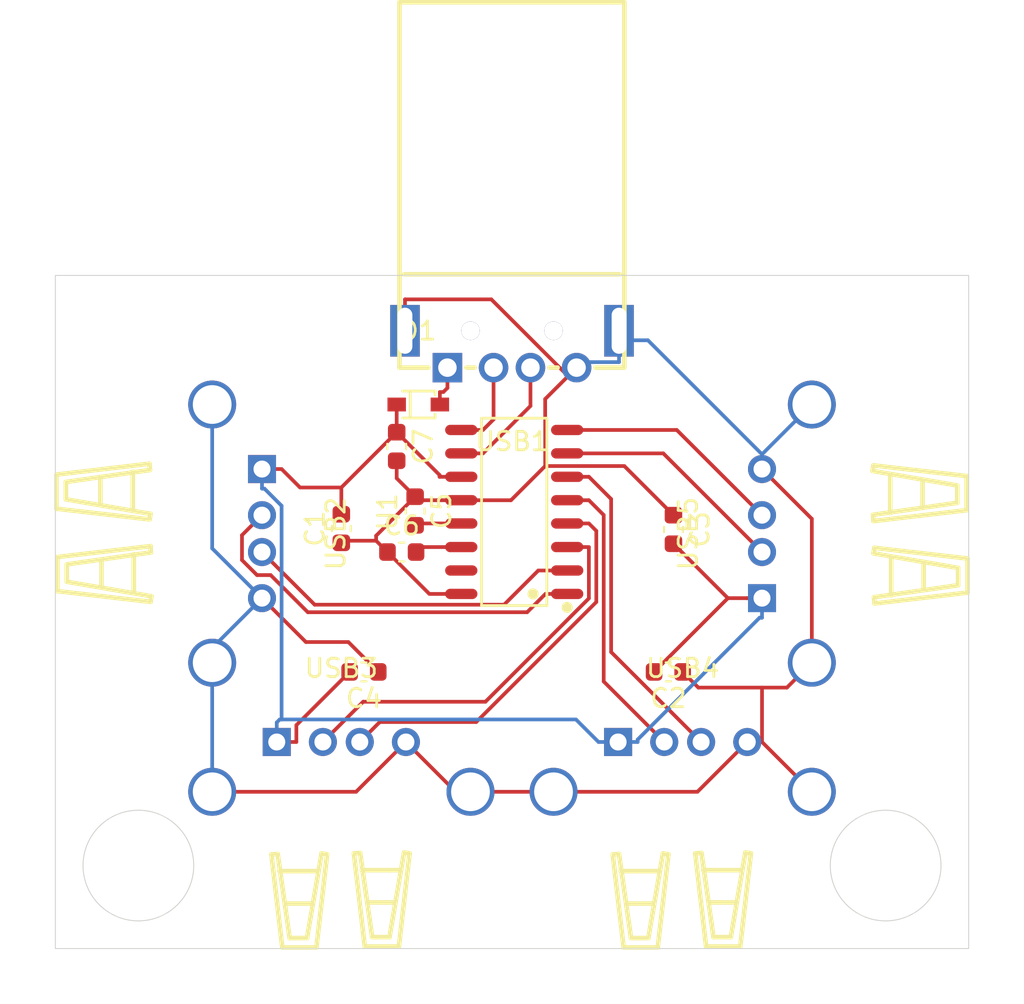
<source format=kicad_pcb>
(kicad_pcb (version 20240108) (generator "pcbnew") (generator_version "8.0")
  (layers (0 "F.Cu" signal) (31 "B.Cu" signal) (34 "B.Paste" user) (35 "F.Paste" user) (36 "B.SilkS" user "B.Silkscreen") (37 "F.SilkS" user "F.Silkscreen") (38 "B.Mask" user) (39 "F.Mask" user) (44 "Edge.Cuts" user))
  (net 0 "")
  (net 2 "+5V")
  (net 3 "GND")
  (net 4 "Net-(U1-VDD33)")
  (net 5 "Net-(U1-VDD18)")
  (net 6 "Net-(D1-A)")
  (net 7 "Net-(U1-DM)")
  (net 8 "Net-(U1-DM3)")
  (net 9 "Net-(U1-DP)")
  (net 10 "Net-(U1-DP2)")
  (net 11 "Net-(U1-DP3)")
  (net 12 "Net-(U1-DM4)")
  (net 13 "Net-(U1-DP4)")
  (net 14 "Net-(U1-DP1)")
  (net 15 "Net-(U1-DM1)")
  (net 16 "Net-(U1-DM2)")
  (footprint "Capacitor_SMD:C_0603_1608Metric" (layer "F.Cu") (at 115.775 58)
    (property "Reference" "C6" (at 0 -1.43 0) (layer "F.SilkS"))
    (property "Value" "10uF")
    (fp_line (start -0.14058 -0.51) (end 0.14058 -0.51) (stroke (width 0.12)) (layer "F.SilkS"))
    (fp_line (start -0.14058 0.51) (end 0.14058 0.51) (stroke (width 0.12)) (layer "F.SilkS"))
    (pad "1" smd roundrect (at -0.775 0) (size 0.9 0.95) (layers "F.Cu" "F.Paste" "F.Mask") (net 3 "GND"))
    (pad "2" smd roundrect (at 0.775 0) (size 0.9 0.95) (layers "F.Cu" "F.Paste" "F.Mask") (net 5 "Net-(U1-VDD18)"))
  )
  (footprint "Capacitor_SMD:C_0603_1608Metric" (layer "F.Cu") (at 130.225 64.5 180)
    (property "Reference" "C2" (at 0 -1.43 0) (layer "F.SilkS"))
    (property "Value" "10uF")
    (fp_line (start -0.14058 0.51) (end 0.14058 0.51) (stroke (width 0.12)) (layer "F.SilkS"))
    (fp_line (start -0.14058 -0.51) (end 0.14058 -0.51) (stroke (width 0.12)) (layer "F.SilkS"))
    (pad "1" smd roundrect (at -0.775 0 180) (size 0.9 0.95) (layers "F.Cu" "F.Paste" "F.Mask") (net 3 "GND"))
    (pad "2" smd roundrect (at 0.775 0 180) (size 0.9 0.95) (layers "F.Cu" "F.Paste" "F.Mask") (net 2 "+5V"))
  )
  (footprint "easyeda2kicad:USB-A-TH_C46407" (layer "F.Cu") (at 131 69.65)
    (property "Reference" "USB4" (at 0 -5.35 0) (layer "F.SilkS"))
    (property "Value" "USB-AF-90-14.4X13.6-H7.0-DIP")
    (fp_line (start -3.79 4.75) (end -3.2 9.79) (stroke (width 0.25)) (layer "F.SilkS"))
    (fp_line (start -3.45 4.72) (end -3.79 4.75) (stroke (width 0.25)) (layer "F.SilkS"))
    (fp_line (start -3.36 5.65) (end -1.27 5.65) (stroke (width 0.25)) (layer "F.SilkS"))
    (fp_line (start -3.2 9.79) (end -1.35 9.79) (stroke (width 0.25)) (layer "F.SilkS"))
    (fp_line (start -3.03 7.41) (end -1.58 7.41) (stroke (width 0.25)) (layer "F.SilkS"))
    (fp_line (start -2.8 9.28) (end -3.45 4.72) (stroke (width 0.25)) (layer "F.SilkS"))
    (fp_line (start -1.86 9.28) (end -2.8 9.28) (stroke (width 0.25)) (layer "F.SilkS"))
    (fp_line (start -1.35 9.79) (end -0.77 4.74) (stroke (width 0.25)) (layer "F.SilkS"))
    (fp_line (start -1.07 4.69) (end -1.86 9.28) (stroke (width 0.25)) (layer "F.SilkS"))
    (fp_line (start -0.77 4.74) (end -1.07 4.69) (stroke (width 0.25)) (layer "F.SilkS"))
    (fp_line (start 0.68 4.69) (end 1.02 4.67) (stroke (width 0.25)) (layer "F.SilkS"))
    (fp_line (start 1.02 4.67) (end 1.67 9.23) (stroke (width 0.25)) (layer "F.SilkS"))
    (fp_line (start 1.11 5.6) (end 3.2 5.6) (stroke (width 0.25)) (layer "F.SilkS"))
    (fp_line (start 1.27 9.74) (end 0.68 4.69) (stroke (width 0.25)) (layer "F.SilkS"))
    (fp_line (start 1.44 7.35) (end 2.89 7.35) (stroke (width 0.25)) (layer "F.SilkS"))
    (fp_line (start 1.67 9.23) (end 2.61 9.23) (stroke (width 0.25)) (layer "F.SilkS"))
    (fp_line (start 2.61 9.23) (end 3.4 4.64) (stroke (width 0.25)) (layer "F.SilkS"))
    (fp_line (start 3.12 9.74) (end 1.27 9.74) (stroke (width 0.25)) (layer "F.SilkS"))
    (fp_line (start 3.4 4.64) (end 3.7 4.69) (stroke (width 0.25)) (layer "F.SilkS"))
    (fp_line (start 3.7 4.69) (end 3.12 9.74) (stroke (width 0.25)) (layer "F.SilkS"))
    (pad "1" thru_hole rect (at -3.5 -1.35) (size 1.52 1.52) (drill 0.919988) (layers "*.Cu" "*.Mask") (net 2 "+5V"))
    (pad "2" thru_hole circle (at -1 -1.35) (size 1.52 1.52) (drill 0.919988) (layers "*.Cu" "*.Mask") (net 16 "Net-(U1-DM2)"))
    (pad "3" thru_hole circle (at 1 -1.35) (size 1.52 1.52) (drill 0.919988) (layers "*.Cu" "*.Mask") (net 10 "Net-(U1-DP2)"))
    (pad "4" thru_hole circle (at 3.5 -1.35) (size 1.52 1.52) (drill 0.919988) (layers "*.Cu" "*.Mask") (net 3 "GND"))
    (pad "5" thru_hole circle (at 7 1.35) (size 2.6 2.6) (drill 2.100021) (layers "*.Cu" "*.Mask") (net 3 "GND"))
    (pad "6" thru_hole circle (at -7 1.35) (size 2.6 2.6) (drill 2.100021) (layers "*.Cu" "*.Mask") (net 3 "GND"))
  )
  (footprint "easyeda2kicad:USB-A-TH_C46407" (layer "F.Cu") (at 136.65 57 90)
    (property "Reference" "USB5" (at 0 -5.35 90) (layer "F.SilkS"))
    (property "Value" "USB-AF-90-14.4X13.6-H7.0-DIP")
    (fp_line (start 3.4 4.64) (end 3.7 4.69) (stroke (width 0.25)) (layer "F.SilkS"))
    (fp_line (start 1.02 4.67) (end 1.67 9.23) (stroke (width 0.25)) (layer "F.SilkS"))
    (fp_line (start 3.7 4.69) (end 3.12 9.74) (stroke (width 0.25)) (layer "F.SilkS"))
    (fp_line (start 0.68 4.69) (end 1.02 4.67) (stroke (width 0.25)) (layer "F.SilkS"))
    (fp_line (start -1.07 4.69) (end -1.86 9.28) (stroke (width 0.25)) (layer "F.SilkS"))
    (fp_line (start -3.45 4.72) (end -3.79 4.75) (stroke (width 0.25)) (layer "F.SilkS"))
    (fp_line (start -0.77 4.74) (end -1.07 4.69) (stroke (width 0.25)) (layer "F.SilkS"))
    (fp_line (start -3.79 4.75) (end -3.2 9.79) (stroke (width 0.25)) (layer "F.SilkS"))
    (fp_line (start 1.11 5.6) (end 3.2 5.6) (stroke (width 0.25)) (layer "F.SilkS"))
    (fp_line (start -3.36 5.65) (end -1.27 5.65) (stroke (width 0.25)) (layer "F.SilkS"))
    (fp_line (start 1.44 7.35) (end 2.89 7.35) (stroke (width 0.25)) (layer "F.SilkS"))
    (fp_line (start -3.03 7.41) (end -1.58 7.41) (stroke (width 0.25)) (layer "F.SilkS"))
    (fp_line (start 2.61 9.23) (end 3.4 4.64) (stroke (width 0.25)) (layer "F.SilkS"))
    (fp_line (start 1.67 9.23) (end 2.61 9.23) (stroke (width 0.25)) (layer "F.SilkS"))
    (fp_line (start -1.86 9.28) (end -2.8 9.28) (stroke (width 0.25)) (layer "F.SilkS"))
    (fp_line (start -2.8 9.28) (end -3.45 4.72) (stroke (width 0.25)) (layer "F.SilkS"))
    (fp_line (start 3.12 9.74) (end 1.27 9.74) (stroke (width 0.25)) (layer "F.SilkS"))
    (fp_line (start 1.27 9.74) (end 0.68 4.69) (stroke (width 0.25)) (layer "F.SilkS"))
    (fp_line (start -1.35 9.79) (end -0.77 4.74) (stroke (width 0.25)) (layer "F.SilkS"))
    (fp_line (start -3.2 9.79) (end -1.35 9.79) (stroke (width 0.25)) (layer "F.SilkS"))
    (pad "1" thru_hole rect (at -3.5 -1.35 90) (size 1.52 1.52) (drill 0.919988) (layers "*.Cu" "*.Mask") (net 2 "+5V"))
    (pad "2" thru_hole circle (at -1 -1.35 90) (size 1.52 1.52) (drill 0.919988) (layers "*.Cu" "*.Mask") (net 15 "Net-(U1-DM1)"))
    (pad "3" thru_hole circle (at 1 -1.35 90) (size 1.52 1.52) (drill 0.919988) (layers "*.Cu" "*.Mask") (net 14 "Net-(U1-DP1)"))
    (pad "4" thru_hole circle (at 3.5 -1.35 90) (size 1.52 1.52) (drill 0.919988) (layers "*.Cu" "*.Mask") (net 3 "GND"))
    (pad "5" thru_hole circle (at 7 1.35 90) (size 2.6 2.6) (drill 2.100021) (layers "*.Cu" "*.Mask") (net 3 "GND"))
    (pad "6" thru_hole circle (at -7 1.35 90) (size 2.6 2.6) (drill 2.100021) (layers "*.Cu" "*.Mask") (net 3 "GND"))
  )
  (footprint "easyeda2kicad:USB-A-TH_C46407" (layer "F.Cu") (at 106.85 57 -90)
    (property "Reference" "USB2" (at 0 -5.35 90) (layer "F.SilkS"))
    (property "Value" "USB-AF-90-14.4X13.6-H7.0-DIP")
    (fp_line (start -3.2 9.79) (end -1.35 9.79) (stroke (width 0.25)) (layer "F.SilkS"))
    (fp_line (start -1.35 9.79) (end -0.77 4.74) (stroke (width 0.25)) (layer "F.SilkS"))
    (fp_line (start 1.27 9.74) (end 0.68 4.69) (stroke (width 0.25)) (layer "F.SilkS"))
    (fp_line (start 3.12 9.74) (end 1.27 9.74) (stroke (width 0.25)) (layer "F.SilkS"))
    (fp_line (start -2.8 9.28) (end -3.45 4.72) (stroke (width 0.25)) (layer "F.SilkS"))
    (fp_line (start -1.86 9.28) (end -2.8 9.28) (stroke (width 0.25)) (layer "F.SilkS"))
    (fp_line (start 1.67 9.23) (end 2.61 9.23) (stroke (width 0.25)) (layer "F.SilkS"))
    (fp_line (start 2.61 9.23) (end 3.4 4.64) (stroke (width 0.25)) (layer "F.SilkS"))
    (fp_line (start -3.03 7.41) (end -1.58 7.41) (stroke (width 0.25)) (layer "F.SilkS"))
    (fp_line (start 1.44 7.35) (end 2.89 7.35) (stroke (width 0.25)) (layer "F.SilkS"))
    (fp_line (start -3.36 5.65) (end -1.27 5.65) (stroke (width 0.25)) (layer "F.SilkS"))
    (fp_line (start 1.11 5.6) (end 3.2 5.6) (stroke (width 0.25)) (layer "F.SilkS"))
    (fp_line (start -3.79 4.75) (end -3.2 9.79) (stroke (width 0.25)) (layer "F.SilkS"))
    (fp_line (start -0.77 4.74) (end -1.07 4.69) (stroke (width 0.25)) (layer "F.SilkS"))
    (fp_line (start -3.45 4.72) (end -3.79 4.75) (stroke (width 0.25)) (layer "F.SilkS"))
    (fp_line (start -1.07 4.69) (end -1.86 9.28) (stroke (width 0.25)) (layer "F.SilkS"))
    (fp_line (start 0.68 4.69) (end 1.02 4.67) (stroke (width 0.25)) (layer "F.SilkS"))
    (fp_line (start 3.7 4.69) (end 3.12 9.74) (stroke (width 0.25)) (layer "F.SilkS"))
    (fp_line (start 1.02 4.67) (end 1.67 9.23) (stroke (width 0.25)) (layer "F.SilkS"))
    (fp_line (start 3.4 4.64) (end 3.7 4.69) (stroke (width 0.25)) (layer "F.SilkS"))
    (pad "1" thru_hole rect (at -3.5 -1.35 270) (size 1.52 1.52) (drill 0.919988) (layers "*.Cu" "*.Mask") (net 2 "+5V"))
    (pad "2" thru_hole circle (at -1 -1.35 270) (size 1.52 1.52) (drill 0.919988) (layers "*.Cu" "*.Mask") (net 12 "Net-(U1-DM4)"))
    (pad "3" thru_hole circle (at 1 -1.35 270) (size 1.52 1.52) (drill 0.919988) (layers "*.Cu" "*.Mask") (net 13 "Net-(U1-DP4)"))
    (pad "4" thru_hole circle (at 3.5 -1.35 270) (size 1.52 1.52) (drill 0.919988) (layers "*.Cu" "*.Mask") (net 3 "GND"))
    (pad "5" thru_hole circle (at 7 1.35 270) (size 2.6 2.6) (drill 2.100021) (layers "*.Cu" "*.Mask") (net 3 "GND"))
    (pad "6" thru_hole circle (at -7 1.35 270) (size 2.6 2.6) (drill 2.100021) (layers "*.Cu" "*.Mask") (net 3 "GND"))
  )
  (footprint "easyeda2kicad:SOD-323_L1.8-W1.3-LS2.5-RD" (layer "F.Cu") (at 116.67 50)
    (property "Reference" "D1" (at 0 -4 0) (layer "F.SilkS"))
    (property "Value" "NSR0320MW2T1G")
    (fp_line (start -0.85 -0.73) (end 0.91 -0.73) (stroke (width 0.15)) (layer "F.SilkS"))
    (fp_line (start -0.85 0.73) (end 0.91 0.73) (stroke (width 0.15)) (layer "F.SilkS"))
    (fp_line (start -0.44 -0.73) (end -0.44 0.73) (stroke (width 0.15)) (layer "F.SilkS"))
    (fp_line (start 0.91 -0.73) (end 0.91 -0.53) (stroke (width 0.15)) (layer "F.SilkS"))
    (fp_line (start 0.91 0.73) (end 0.91 0.52) (stroke (width 0.15)) (layer "F.SilkS"))
    (pad "1" smd rect (at -1.17 0) (size 1 0.75) (layers "F.Cu" "F.Paste" "F.Mask") (net 2 "+5V"))
    (pad "2" smd rect (at 1.17 0) (size 1 0.75) (layers "F.Cu" "F.Paste" "F.Mask") (net 6 "Net-(D1-A)"))
  )
  (footprint "Capacitor_SMD:C_0603_1608Metric" (layer "F.Cu") (at 115.5 52.275 -90)
    (property "Reference" "C7" (at 0 -1.43 90) (layer "F.SilkS"))
    (property "Value" "10uF")
    (fp_line (start -0.14058 0.51) (end 0.14058 0.51) (stroke (width 0.12)) (layer "F.SilkS"))
    (fp_line (start -0.14058 -0.51) (end 0.14058 -0.51) (stroke (width 0.12)) (layer "F.SilkS"))
    (pad "1" smd roundrect (at -0.775 0 270) (size 0.9 0.95) (layers "F.Cu" "F.Paste" "F.Mask") (net 2 "+5V"))
    (pad "2" smd roundrect (at 0.775 0 270) (size 0.9 0.95) (layers "F.Cu" "F.Paste" "F.Mask") (net 3 "GND"))
  )
  (footprint "Capacitor_SMD:C_0603_1608Metric" (layer "F.Cu") (at 130.5 56.775 -90)
    (property "Reference" "C3" (at 0 -1.43 90) (layer "F.SilkS"))
    (property "Value" "10uF")
    (fp_line (start -0.14058 0.51) (end 0.14058 0.51) (stroke (width 0.12)) (layer "F.SilkS"))
    (fp_line (start -0.14058 -0.51) (end 0.14058 -0.51) (stroke (width 0.12)) (layer "F.SilkS"))
    (pad "1" smd roundrect (at -0.775 0 270) (size 0.9 0.95) (layers "F.Cu" "F.Paste" "F.Mask") (net 3 "GND"))
    (pad "2" smd roundrect (at 0.775 0 270) (size 0.9 0.95) (layers "F.Cu" "F.Paste" "F.Mask") (net 2 "+5V"))
  )
  (footprint "Capacitor_SMD:C_0603_1608Metric" (layer "F.Cu") (at 116.5 55.775 -90)
    (property "Reference" "C5" (at 0 -1.43 90) (layer "F.SilkS"))
    (property "Value" "10uF")
    (fp_line (start -0.14058 0.51) (end 0.14058 0.51) (stroke (width 0.12)) (layer "F.SilkS"))
    (fp_line (start -0.14058 -0.51) (end 0.14058 -0.51) (stroke (width 0.12)) (layer "F.SilkS"))
    (pad "1" smd roundrect (at -0.775 0 270) (size 0.9 0.95) (layers "F.Cu" "F.Paste" "F.Mask") (net 3 "GND"))
    (pad "2" smd roundrect (at 0.775 0 270) (size 0.9 0.95) (layers "F.Cu" "F.Paste" "F.Mask") (net 4 "Net-(U1-VDD33)"))
  )
  (footprint "easyeda2kicad:SOP-16_L10.0-W3.9-P1.27-LS6.0-BL" (layer "F.Cu") (at 121.87 55.82 90)
    (property "Reference" "U1" (at 0 -6.87 90) (layer "F.SilkS"))
    (property "Value" "SL2.1A")
    (fp_line (start 5.08 -1.77) (end 5.08 1.77) (stroke (width 0.15)) (layer "F.SilkS"))
    (fp_line (start -5.08 -1.77) (end 5.08 -1.77) (stroke (width 0.15)) (layer "F.SilkS"))
    (fp_line (start 5.08 1.77) (end -5.08 1.77) (stroke (width 0.15)) (layer "F.SilkS"))
    (fp_line (start -5.08 1.77) (end -5.08 -1.77) (stroke (width 0.15)) (layer "F.SilkS"))
    (fp_circle (center -4.45 1.02) (end -4.3 1.02) (stroke (width 0.3)) (fill none) (layer "F.SilkS"))
    (fp_circle (center -5.18 2.87) (end -5.03 2.87) (stroke (width 0.3)) (fill none) (layer "F.SilkS"))
    (pad "1" smd oval (at -4.45 2.87 90) (size 0.56 1.75) (layers "F.Cu" "F.Paste" "F.Mask") (net 12 "Net-(U1-DM4)"))
    (pad "2" smd oval (at -3.18 2.87 90) (size 0.56 1.75) (layers "F.Cu" "F.Paste" "F.Mask") (net 13 "Net-(U1-DP4)"))
    (pad "3" smd oval (at -1.91 2.87 90) (size 0.56 1.75) (layers "F.Cu" "F.Paste" "F.Mask") (net 8 "Net-(U1-DM3)"))
    (pad "4" smd oval (at -0.63 2.87 90) (size 0.56 1.75) (layers "F.Cu" "F.Paste" "F.Mask") (net 11 "Net-(U1-DP3)"))
    (pad "5" smd oval (at 0.63 2.87 90) (size 0.56 1.75) (layers "F.Cu" "F.Paste" "F.Mask") (net 16 "Net-(U1-DM2)"))
    (pad "6" smd oval (at 1.9 2.87 90) (size 0.56 1.75) (layers "F.Cu" "F.Paste" "F.Mask") (net 10 "Net-(U1-DP2)"))
    (pad "7" smd oval (at 3.17 2.87 90) (size 0.56 1.75) (layers "F.Cu" "F.Paste" "F.Mask") (net 15 "Net-(U1-DM1)"))
    (pad "8" smd oval (at 4.44 2.87 90) (size 0.56 1.75) (layers "F.Cu" "F.Paste" "F.Mask") (net 14 "Net-(U1-DP1)"))
    (pad "9" smd oval (at 4.44 -2.87 90) (size 0.56 1.75) (layers "F.Cu" "F.Paste" "F.Mask") (net 7 "Net-(U1-DM)"))
    (pad "10" smd oval (at 3.17 -2.87 90) (size 0.56 1.75) (layers "F.Cu" "F.Paste" "F.Mask") (net 9 "Net-(U1-DP)"))
    (pad "11" smd oval (at 1.9 -2.87 90) (size 0.56 1.75) (layers "F.Cu" "F.Paste" "F.Mask") (net 2 "+5V"))
    (pad "12" smd oval (at 0.63 -2.87 90) (size 0.56 1.75) (layers "F.Cu" "F.Paste" "F.Mask") (net 3 "GND"))
    (pad "13" smd oval (at -0.63 -2.87 90) (size 0.56 1.75) (layers "F.Cu" "F.Paste" "F.Mask") (net 4 "Net-(U1-VDD33)"))
    (pad "14" smd oval (at -1.91 -2.87 90) (size 0.56 1.75) (layers "F.Cu" "F.Paste" "F.Mask") (net 5 "Net-(U1-VDD18)"))
    (pad "15" smd oval (at -3.18 -2.87 90) (size 0.56 1.75) (layers "F.Cu" "F.Paste" "F.Mask"))
    (pad "16" smd oval (at -4.45 -2.87 90) (size 0.56 1.75) (layers "F.Cu" "F.Paste" "F.Mask") (net 3 "GND"))
  )
  (footprint "easyeda2kicad:USB-A-TH_C46407" (layer "F.Cu") (at 112.5 69.65)
    (property "Reference" "USB3" (at 0 -5.35 0) (layer "F.SilkS"))
    (property "Value" "USB-AF-90-14.4X13.6-H7.0-DIP")
    (fp_line (start -3.79 4.75) (end -3.2 9.79) (stroke (width 0.25)) (layer "F.SilkS"))
    (fp_line (start -3.45 4.72) (end -3.79 4.75) (stroke (width 0.25)) (layer "F.SilkS"))
    (fp_line (start -3.36 5.65) (end -1.27 5.65) (stroke (width 0.25)) (layer "F.SilkS"))
    (fp_line (start -3.2 9.79) (end -1.35 9.79) (stroke (width 0.25)) (layer "F.SilkS"))
    (fp_line (start -3.03 7.41) (end -1.58 7.41) (stroke (width 0.25)) (layer "F.SilkS"))
    (fp_line (start -2.8 9.28) (end -3.45 4.72) (stroke (width 0.25)) (layer "F.SilkS"))
    (fp_line (start -1.86 9.28) (end -2.8 9.28) (stroke (width 0.25)) (layer "F.SilkS"))
    (fp_line (start -1.35 9.79) (end -0.77 4.74) (stroke (width 0.25)) (layer "F.SilkS"))
    (fp_line (start -1.07 4.69) (end -1.86 9.28) (stroke (width 0.25)) (layer "F.SilkS"))
    (fp_line (start -0.77 4.74) (end -1.07 4.69) (stroke (width 0.25)) (layer "F.SilkS"))
    (fp_line (start 0.68 4.69) (end 1.02 4.67) (stroke (width 0.25)) (layer "F.SilkS"))
    (fp_line (start 1.02 4.67) (end 1.67 9.23) (stroke (width 0.25)) (layer "F.SilkS"))
    (fp_line (start 1.11 5.6) (end 3.2 5.6) (stroke (width 0.25)) (layer "F.SilkS"))
    (fp_line (start 1.27 9.74) (end 0.68 4.69) (stroke (width 0.25)) (layer "F.SilkS"))
    (fp_line (start 1.44 7.35) (end 2.89 7.35) (stroke (width 0.25)) (layer "F.SilkS"))
    (fp_line (start 1.67 9.23) (end 2.61 9.23) (stroke (width 0.25)) (layer "F.SilkS"))
    (fp_line (start 2.61 9.23) (end 3.4 4.64) (stroke (width 0.25)) (layer "F.SilkS"))
    (fp_line (start 3.12 9.74) (end 1.27 9.74) (stroke (width 0.25)) (layer "F.SilkS"))
    (fp_line (start 3.4 4.64) (end 3.7 4.69) (stroke (width 0.25)) (layer "F.SilkS"))
    (fp_line (start 3.7 4.69) (end 3.12 9.74) (stroke (width 0.25)) (layer "F.SilkS"))
    (pad "1" thru_hole rect (at -3.5 -1.35) (size 1.52 1.52) (drill 0.919988) (layers "*.Cu" "*.Mask") (net 2 "+5V"))
    (pad "2" thru_hole circle (at -1 -1.35) (size 1.52 1.52) (drill 0.919988) (layers "*.Cu" "*.Mask") (net 8 "Net-(U1-DM3)"))
    (pad "3" thru_hole circle (at 1 -1.35) (size 1.52 1.52) (drill 0.919988) (layers "*.Cu" "*.Mask") (net 11 "Net-(U1-DP3)"))
    (pad "4" thru_hole circle (at 3.5 -1.35) (size 1.52 1.52) (drill 0.919988) (layers "*.Cu" "*.Mask") (net 3 "GND"))
    (pad "5" thru_hole circle (at 7 1.35) (size 2.6 2.6) (drill 2.100021) (layers "*.Cu" "*.Mask") (net 3 "GND"))
    (pad "6" thru_hole circle (at -7 1.35) (size 2.6 2.6) (drill 2.100021) (layers "*.Cu" "*.Mask") (net 3 "GND"))
  )
  (footprint "Capacitor_SMD:C_0603_1608Metric" (layer "F.Cu") (at 113.725 64.5 180)
    (property "Reference" "C4" (at 0 -1.43 0) (layer "F.SilkS"))
    (property "Value" "10uF")
    (fp_line (start -0.14058 0.51) (end 0.14058 0.51) (stroke (width 0.12)) (layer "F.SilkS"))
    (fp_line (start -0.14058 -0.51) (end 0.14058 -0.51) (stroke (width 0.12)) (layer "F.SilkS"))
    (pad "1" smd roundrect (at -0.775 0 180) (size 0.9 0.95) (layers "F.Cu" "F.Paste" "F.Mask") (net 3 "GND"))
    (pad "2" smd roundrect (at 0.775 0 180) (size 0.9 0.95) (layers "F.Cu" "F.Paste" "F.Mask") (net 2 "+5V"))
  )
  (footprint "easyeda2kicad:USB-A-TH_U-G-04WD-W-01" (layer "F.Cu") (at 121.75 47 180)
    (property "Reference" "USB1" (at 0 -5 0) (layer "F.SilkS"))
    (property "Value" "U-G-04DD-W-01")
    (fp_line (start 6.1 18.81) (end 6.1 -1) (stroke (width 0.25)) (layer "F.SilkS"))
    (fp_line (start 4.53 -1) (end 6.1 -1) (stroke (width 0.25)) (layer "F.SilkS"))
    (fp_line (start 2.03 -1) (end 2.47 -1) (stroke (width 0.25)) (layer "F.SilkS"))
    (fp_line (start -2.47 -1) (end -2.03 -1) (stroke (width 0.25)) (layer "F.SilkS"))
    (fp_line (start -5.84 4.06) (end 5.84 4.06) (stroke (width 0.25)) (layer "F.SilkS"))
    (fp_line (start -6.09 18.81) (end 6.1 18.81) (stroke (width 0.25)) (layer "F.SilkS"))
    (fp_line (start -6.09 -1) (end -4.53 -1) (stroke (width 0.25)) (layer "F.SilkS"))
    (fp_line (start -6.09 -1) (end -6.09 18.81) (stroke (width 0.25)) (layer "F.SilkS"))
    (pad "" thru_hole circle (at -2.25 1 180) (size 1 1) (drill 1) (layers "*.Cu" "*.Mask"))
    (pad "" thru_hole circle (at 2.25 1 180) (size 1 1) (drill 1) (layers "*.Cu" "*.Mask"))
    (pad "1" thru_hole rect (at 3.5 -1 180) (size 1.6 1.6) (drill 0.999998) (layers "*.Cu" "*.Mask") (net 6 "Net-(D1-A)"))
    (pad "2" thru_hole circle (at 1 -1 180) (size 1.6 1.6) (drill 0.999998) (layers "*.Cu" "*.Mask") (net 7 "Net-(U1-DM)"))
    (pad "3" thru_hole circle (at -1 -1 180) (size 1.6 1.6) (drill 0.999998) (layers "*.Cu" "*.Mask") (net 9 "Net-(U1-DP)"))
    (pad "4" thru_hole circle (at -3.5 -1 180) (size 1.6 1.6) (drill 0.999998) (layers "*.Cu" "*.Mask") (net 3 "GND"))
    (pad "5" thru_hole rect (at 5.8 1 180) (size 1.6 2.8) (drill oval 0.799998 2.499995) (layers "*.Cu" "*.Mask") (net 3 "GND"))
    (pad "6" thru_hole rect (at -5.8 1 180) (size 1.6 2.8) (drill oval 0.799998 2.499995) (layers "*.Cu" "*.Mask") (net 3 "GND"))
  )
  (footprint "Capacitor_SMD:C_0603_1608Metric" (layer "F.Cu") (at 112.5 56.725 90)
    (property "Reference" "C1" (at 0 -1.43 90) (layer "F.SilkS"))
    (property "Value" "10uF")
    (fp_line (start -0.14058 -0.51) (end 0.14058 -0.51) (stroke (width 0.12)) (layer "F.SilkS"))
    (fp_line (start -0.14058 0.51) (end 0.14058 0.51) (stroke (width 0.12)) (layer "F.SilkS"))
    (pad "1" smd roundrect (at -0.775 0 90) (size 0.9 0.95) (layers "F.Cu" "F.Paste" "F.Mask") (net 3 "GND"))
    (pad "2" smd roundrect (at 0.775 0 90) (size 0.9 0.95) (layers "F.Cu" "F.Paste" "F.Mask") (net 2 "+5V"))
  )
  (gr_circle (center 142 75) (end 145 75) (stroke (width 0.05)) (fill none) (layer "Edge.Cuts"))
  (gr_rect (start 97 43) (end 146.5 79.5) (stroke (width 0.05)) (fill none) (layer "Edge.Cuts"))
  (gr_circle (center 101.5 75) (end 104.5 75) (stroke (width 0.05)) (fill none) (layer "Edge.Cuts"))
  (segment (start 110.0617 67.3883) (end 112.95 64.5) (width 0.2) (layer "F.Cu") (net 2))
  (segment (start 117.8233 53.92) (end 117.8233 53.8233) (width 0.2) (layer "F.Cu") (net 2))
  (segment (start 109.2617 53.5) (end 110.2617 54.5) (width 0.2) (layer "F.Cu") (net 2))
  (segment (start 115.5 51.5) (end 112.5 54.5) (width 0.2) (layer "F.Cu") (net 2))
  (segment (start 135.3 60.5) (end 134.4778 60.5) (width 0.2) (layer "F.Cu") (net 2))
  (segment (start 112.5 54.5) (end 112.5 55.95) (width 0.2) (layer "F.Cu") (net 2))
  (segment (start 134.4778 60.5) (end 133.45 60.5) (width 0.2) (layer "F.Cu") (net 2))
  (segment (start 119 53.92) (end 117.8233 53.92) (width 0.2) (layer "F.Cu") (net 2))
  (segment (start 117.8233 53.8233) (end 115.5 51.5) (width 0.2) (layer "F.Cu") (net 2))
  (segment (start 133.45 60.5) (end 130.5 57.55) (width 0.2) (layer "F.Cu") (net 2))
  (segment (start 110.0617 68.3) (end 110.0617 67.3883) (width 0.2) (layer "F.Cu") (net 2))
  (segment (start 110.2617 54.5) (end 112.5 54.5) (width 0.2) (layer "F.Cu") (net 2))
  (segment (start 133.45 60.5) (end 129.45 64.5) (width 0.2) (layer "F.Cu") (net 2))
  (segment (start 109 68.3) (end 110.0617 68.3) (width 0.2) (layer "F.Cu") (net 2))
  (segment (start 115.5 50) (end 115.5 51.5) (width 0.2) (layer "F.Cu") (net 2))
  (segment (start 108.2 53.5) (end 109.2617 53.5) (width 0.2) (layer "F.Cu") (net 2))
  (segment (start 127.5 68.3) (end 128.5617 68.3) (width 0.2) (layer "B.Cu") (net 2))
  (segment (start 109.2617 67.0774) (end 125.2157 67.0774) (width 0.2) (layer "B.Cu") (net 2))
  (segment (start 108.3328 54.5617) (end 108.2 54.5617) (width 0.2) (layer "B.Cu") (net 2))
  (segment (start 109.2617 67.0774) (end 109.2617 55.4906) (width 0.2) (layer "B.Cu") (net 2))
  (segment (start 109 67.2383) (end 109.1609 67.0774) (width 0.2) (layer "B.Cu") (net 2))
  (segment (start 109 68.3) (end 109 67.2383) (width 0.2) (layer "B.Cu") (net 2))
  (segment (start 109.2617 55.4906) (end 108.3328 54.5617) (width 0.2) (layer "B.Cu") (net 2))
  (segment (start 109.1609 67.0774) (end 109.2617 67.0774) (width 0.2) (layer "B.Cu") (net 2))
  (segment (start 128.5617 68.3) (end 128.5617 68.1673) (width 0.2) (layer "B.Cu") (net 2))
  (segment (start 125.2157 67.0774) (end 126.4383 68.3) (width 0.2) (layer "B.Cu") (net 2))
  (segment (start 128.5617 68.1673) (end 135.1673 61.5617) (width 0.2) (layer "B.Cu") (net 2))
  (segment (start 127.5 68.3) (end 126.4383 68.3) (width 0.2) (layer "B.Cu") (net 2))
  (segment (start 108.2 53.5) (end 108.2 54.5617) (width 0.2) (layer "B.Cu") (net 2))
  (segment (start 135.1673 61.5617) (end 135.3 61.5617) (width 0.2) (layer "B.Cu") (net 2))
  (segment (start 135.3 60.5) (end 135.3 61.5617) (width 0.2) (layer "B.Cu") (net 2))
  (segment (start 121.6941 55.19) (end 119 55.19) (width 0.2) (layer "F.Cu") (net 3))
  (segment (start 123.5475 53.3366) (end 121.6941 55.19) (width 0.2) (layer "F.Cu") (net 3))
  (segment (start 112.615 57.385) (end 114.385 57.385) (width 0.2) (layer "F.Cu") (net 3))
  (segment (start 112.5 57.5) (end 112.615 57.385) (width 0.2) (layer "F.Cu") (net 3))
  (segment (start 108.2 60.5) (end 110.5803 62.8803) (width 0.2) (layer "F.Cu") (net 3))
  (segment (start 124.7901 48.4599) (end 120.6285 44.2983) (width 0.2) (layer "F.Cu") (net 3))
  (segment (start 116.69 55.19) (end 116.5 55) (width 0.2) (layer "F.Cu") (net 3))
  (segment (start 114.385 57.385) (end 114.385 57.115) (width 0.2) (layer "F.Cu") (net 3))
  (segment (start 112.8803 62.8803) (end 114.5 64.5) (width 0.2) (layer "F.Cu") (net 3))
  (segment (start 123.5475 53.3366) (end 123.5475 49.7025) (width 0.2) (layer "F.Cu") (net 3))
  (segment (start 116 68.3) (end 113.3 71) (width 0.2) (layer "F.Cu") (net 3))
  (segment (start 119.5 71) (end 118.7 71) (width 0.2) (layer "F.Cu") (net 3))
  (segment (start 117.27 60.27) (end 115 58) (width 0.2) (layer "F.Cu") (net 3))
  (segment (start 135.3 53.5) (end 138 56.2) (width 0.2) (layer "F.Cu") (net 3))
  (segment (start 138 64) (end 136.65 65.35) (width 0.2) (layer "F.Cu") (net 3))
  (segment (start 124 71) (end 119.5 71) (width 0.2) (layer "F.Cu") (net 3))
  (segment (start 127.8366 53.3366) (end 123.5475 53.3366) (width 0.2) (layer "F.Cu") (net 3))
  (segment (start 119 55.19) (end 116.69 55.19) (width 0.2) (layer "F.Cu") (net 3))
  (segment (start 136.65 65.35) (end 135.3 65.35) (width 0.2) (layer "F.Cu") (net 3))
  (segment (start 134.5 68.3) (end 135.3 68.3) (width 0.2) (layer "F.Cu") (net 3))
  (segment (start 134.5 68.3) (end 131.8 71) (width 0.2) (layer "F.Cu") (net 3))
  (segment (start 131.8 71) (end 124 71) (width 0.2) (layer "F.Cu") (net 3))
  (segment (start 124.7901 48.4599) (end 125.25 48) (width 0.2) (layer "F.Cu") (net 3))
  (segment (start 120.6285 44.2983) (end 115.95 44.2983) (width 0.2) (layer "F.Cu") (net 3))
  (segment (start 115.5 54) (end 115.5 53.05) (width 0.2) (layer "F.Cu") (net 3))
  (segment (start 119 60.27) (end 117.27 60.27) (width 0.2) (layer "F.Cu") (net 3))
  (segment (start 135.3 65.35) (end 135.3 68.3) (width 0.2) (layer "F.Cu") (net 3))
  (segment (start 115.95 46) (end 115.95 44.2983) (width 0.2) (layer "F.Cu") (net 3))
  (segment (start 113.3 71) (end 105.5 71) (width 0.2) (layer "F.Cu") (net 3))
  (segment (start 114.385 57.385) (end 115 58) (width 0.2) (layer "F.Cu") (net 3))
  (segment (start 138 56.2) (end 138 64) (width 0.2) (layer "F.Cu") (net 3))
  (segment (start 114.385 57.115) (end 116.5 55) (width 0.2) (layer "F.Cu") (net 3))
  (segment (start 131.85 65.35) (end 131 64.5) (width 0.2) (layer "F.Cu") (net 3))
  (segment (start 118.7 71) (end 116 68.3) (width 0.2) (layer "F.Cu") (net 3))
  (segment (start 130.5 56) (end 127.8366 53.3366) (width 0.2) (layer "F.Cu") (net 3))
  (segment (start 110.5803 62.8803) (end 112.8803 62.8803) (width 0.2) (layer "F.Cu") (net 3))
  (segment (start 135.3 68.3) (end 138 71) (width 0.2) (layer "F.Cu") (net 3))
  (segment (start 135.3 65.35) (end 131.85 65.35) (width 0.2) (layer "F.Cu") (net 3))
  (segment (start 116.5 55) (end 115.5 54) (width 0.2) (layer "F.Cu") (net 3))
  (segment (start 123.5475 49.7025) (end 124.7901 48.4599) (width 0.2) (layer "F.Cu") (net 3))
  (segment (start 125.5483 47.7017) (end 125.25 48) (width 0.2) (layer "B.Cu") (net 3))
  (segment (start 105.5 57.8) (end 108.2 60.5) (width 0.2) (layer "B.Cu") (net 3))
  (segment (start 127.55 46) (end 127.55 46.5168) (width 0.2) (layer "B.Cu") (net 3))
  (segment (start 129.1168 46.5168) (end 135.3 52.7) (width 0.2) (layer "B.Cu") (net 3))
  (segment (start 105.5 50) (end 105.5 57.8) (width 0.2) (layer "B.Cu") (net 3))
  (segment (start 138 50) (end 135.3 52.7) (width 0.2) (layer "B.Cu") (net 3))
  (segment (start 127.55 46.5168) (end 129.1168 46.5168) (width 0.2) (layer "B.Cu") (net 3))
  (segment (start 135.3 52.7) (end 135.3 53.5) (width 0.2) (layer "B.Cu") (net 3))
  (segment (start 105.5 64) (end 105.5 63.2) (width 0.2) (layer "B.Cu") (net 3))
  (segment (start 105.5 63.2) (end 108.2 60.5) (width 0.2) (layer "B.Cu") (net 3))
  (segment (start 105.5 71) (end 105.5 64) (width 0.2) (layer "B.Cu") (net 3))
  (segment (start 127.55 47.7017) (end 125.5483 47.7017) (width 0.2) (layer "B.Cu") (net 3))
  (segment (start 127.55 46.5168) (end 127.55 47.7017) (width 0.2) (layer "B.Cu") (net 3))
  (segment (start 116.6 56.45) (end 116.5 56.55) (width 0.2) (layer "F.Cu") (net 4))
  (segment (start 119 56.45) (end 116.6 56.45) (width 0.2) (layer "F.Cu") (net 4))
  (segment (start 119 57.73) (end 116.82 57.73) (width 0.2) (layer "F.Cu") (net 5))
  (segment (start 116.82 57.73) (end 116.55 58) (width 0.2) (layer "F.Cu") (net 5))
  (segment (start 118.25 48) (end 118.25 49.1017) (width 0.2) (layer "F.Cu") (net 6))
  (segment (start 118.25 49.1017) (end 118.0284 49.3233) (width 0.2) (layer "F.Cu") (net 6))
  (segment (start 117.84 50) (end 117.84 49.3233) (width 0.2) (layer "F.Cu") (net 6))
  (segment (start 118.0284 49.3233) (end 117.84 49.3233) (width 0.2) (layer "F.Cu") (net 6))
  (segment (start 120.75 50.8067) (end 120.1767 51.38) (width 0.2) (layer "F.Cu") (net 7))
  (segment (start 119 51.38) (end 120.1767 51.38) (width 0.2) (layer "F.Cu") (net 7))
  (segment (start 120.75 48) (end 120.75 50.8067) (width 0.2) (layer "F.Cu") (net 7))
  (segment (start 124.74 57.73) (end 125.9167 57.73) (width 0.2) (layer "F.Cu") (net 8))
  (segment (start 125.9167 57.73) (end 125.9167 60.511) (width 0.2) (layer "F.Cu") (net 8))
  (segment (start 125.9167 60.511) (end 120.3103 66.1174) (width 0.2) (layer "F.Cu") (net 8))
  (segment (start 120.3103 66.1174) (end 113.6826 66.1174) (width 0.2) (layer "F.Cu") (net 8))
  (segment (start 113.6826 66.1174) (end 111.5 68.3) (width 0.2) (layer "F.Cu") (net 8))
  (segment (start 119 52.65) (end 120.1767 52.65) (width 0.2) (layer "F.Cu") (net 9))
  (segment (start 122.75 50.0767) (end 120.1767 52.65) (width 0.2) (layer "F.Cu") (net 9))
  (segment (start 122.75 48) (end 122.75 50.0767) (width 0.2) (layer "F.Cu") (net 9))
  (segment (start 127.1218 55.1251) (end 125.9167 53.92) (width 0.2) (layer "F.Cu") (net 10))
  (segment (start 132 68.3) (end 127.1218 63.4218) (width 0.2) (layer "F.Cu") (net 10))
  (segment (start 127.1218 63.4218) (end 127.1218 55.1251) (width 0.2) (layer "F.Cu") (net 10))
  (segment (start 124.74 53.92) (end 125.9167 53.92) (width 0.2) (layer "F.Cu") (net 10))
  (segment (start 114.5828 67.2172) (end 113.5 68.3) (width 0.2) (layer "F.Cu") (net 11))
  (segment (start 124.74 56.45) (end 125.9167 56.45) (width 0.2) (layer "F.Cu") (net 11))
  (segment (start 119.8107 67.2172) (end 114.5828 67.2172) (width 0.2) (layer "F.Cu") (net 11))
  (segment (start 126.3184 56.8517) (end 126.3184 60.7095) (width 0.2) (layer "F.Cu") (net 11))
  (segment (start 126.3184 60.7095) (end 119.8107 67.2172) (width 0.2) (layer "F.Cu") (net 11))
  (segment (start 125.9167 56.45) (end 126.3184 56.8517) (width 0.2) (layer "F.Cu") (net 11))
  (segment (start 107.9309 59.25) (end 108.67 59.25) (width 0.2) (layer "F.Cu") (net 12))
  (segment (start 108.2 56) (end 107.115 57.085) (width 0.2) (layer "F.Cu") (net 12))
  (segment (start 122.5711 61.2622) (end 123.5633 60.27) (width 0.2) (layer "F.Cu") (net 12))
  (segment (start 110.6822 61.2622) (end 122.5711 61.2622) (width 0.2) (layer "F.Cu") (net 12))
  (segment (start 108.67 59.25) (end 110.6822 61.2622) (width 0.2) (layer "F.Cu") (net 12))
  (segment (start 107.115 57.085) (end 107.115 58.4341) (width 0.2) (layer "F.Cu") (net 12))
  (segment (start 107.115 58.4341) (end 107.9309 59.25) (width 0.2) (layer "F.Cu") (net 12))
  (segment (start 124.74 60.27) (end 123.5633 60.27) (width 0.2) (layer "F.Cu") (net 12))
  (segment (start 111.0552 60.8552) (end 108.2 58) (width 0.2) (layer "F.Cu") (net 13))
  (segment (start 124.74 59) (end 123.1767 59) (width 0.2) (layer "F.Cu") (net 13))
  (segment (start 121.3215 60.8552) (end 111.0552 60.8552) (width 0.2) (layer "F.Cu") (net 13))
  (segment (start 123.1767 59) (end 121.3215 60.8552) (width 0.2) (layer "F.Cu") (net 13))
  (segment (start 124.74 51.38) (end 130.68 51.38) (width 0.2) (layer "F.Cu") (net 14))
  (segment (start 130.68 51.38) (end 135.3 56) (width 0.2) (layer "F.Cu") (net 14))
  (segment (start 124.74 52.65) (end 129.95 52.65) (width 0.2) (layer "F.Cu") (net 15))
  (segment (start 129.95 52.65) (end 135.3 58) (width 0.2) (layer "F.Cu") (net 15))
  (segment (start 124.74 55.19) (end 125.9167 55.19) (width 0.2) (layer "F.Cu") (net 16))
  (segment (start 126.7201 65.0201) (end 126.7201 55.9934) (width 0.2) (layer "F.Cu") (net 16))
  (segment (start 130 68.3) (end 126.7201 65.0201) (width 0.2) (layer "F.Cu") (net 16))
  (segment (start 126.7201 55.9934) (end 125.9167 55.19) (width 0.2) (layer "F.Cu") (net 16))
)
</source>
